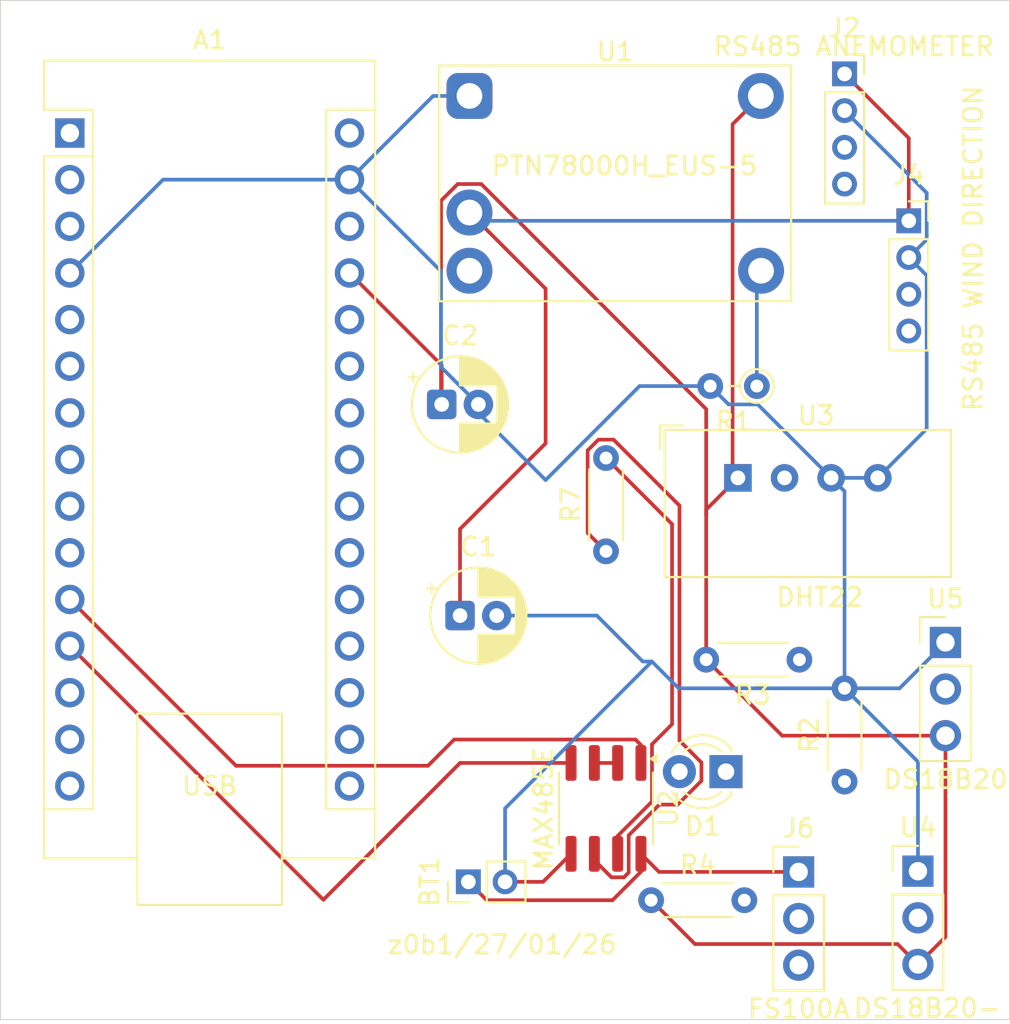
<source format=kicad_pcb>
(kicad_pcb (version 20241229) (generator "pcbnew") (generator_version "9.0")
  (layers (0 "F.Cu" signal) (4 "In1.Cu" signal) (6 "In2.Cu" signal) (2 "B.Cu" signal) (13 "F.Paste" user) (15 "B.Paste" user) (5 "F.SilkS" user "F.Silkscreen") (7 "B.SilkS" user "B.Silkscreen") (1 "F.Mask" user) (3 "B.Mask" user) (25 "Edge.Cuts" user))
  (net 0 "")
  (net 5 "GND")
  (net 8 "Net-(A1-D4)")
  (net 11 "Net-(A1-+5V)")
  (net 12 "Net-(A1-D10)")
  (net 17 "DI")
  (net 26 "Net-(A1-D2)")
  (net 28 "Net-(A1-D3)")
  (net 29 "+12V")
  (net 30 "Net-(U1-Vo_Adj)")
  (net 32 "A+")
  (net 33 "Net-(U2-DE)")
  (net 34 "B-")
  (net 35 "Net-(D1-K)")
  (net 36 "RO")
  (net 38 "D9")
  (net 39 "D8")
  (footprint "Connector_PinHeader_2.54mm:PinHeader_1x03_P2.54mm_Vertical" (layer "F.Cu") (at 85.5 87.42)
    (property "Reference" "U4" (at 0 -2.38 0) (layer "F.SilkS"))
    (property "Value" "DS18B20-" (at 0.5 7.46 0) (layer "F.SilkS"))
    (pad "1" thru_hole rect (at 0 0) (size 1.7 1.7) (drill 1) (layers "*.Cu" "*.Mask") (net 5 "GND"))
    (pad "2" thru_hole circle (at 0 2.54) (size 1.7 1.7) (drill 1) (layers "*.Cu" "*.Mask") (net 26 "Net-(A1-D2)"))
    (pad "3" thru_hole circle (at 0 5.08) (size 1.7 1.7) (drill 1) (layers "*.Cu" "*.Mask") (net 11 "Net-(A1-+5V)"))
  )
  (footprint "Connector_PinHeader_2.00mm:PinHeader_1x02_P2.00mm_Vertical" (layer "F.Cu") (at 61 88 90)
    (property "Reference" "BT1" (at 0 -2.11 90) (layer "F.SilkS"))
    (property "Value" "12V")
    (pad "1" thru_hole rect (at 0 0 90) (size 1.35 1.35) (drill 0.8) (layers "*.Cu" "*.Mask") (net 29 "+12V"))
    (pad "2" thru_hole circle (at 0 2 90) (size 1.35 1.35) (drill 0.8) (layers "*.Cu" "*.Mask") (net 5 "GND"))
  )
  (footprint "Module:Arduino_Nano" (layer "F.Cu") (at 39.28 47.22)
    (property "Reference" "A1" (at 7.62 -5.08 0) (layer "F.SilkS"))
    (property "Value" "Arduino_Nano_Every")
    (fp_text user "USB" (at 7.62 35.56 0) (layer "F.SilkS"))
    (pad "1" thru_hole rect (at 0 0) (size 1.6 1.6) (drill 1) (layers "*.Cu" "*.Mask"))
    (pad "2" thru_hole oval (at 0 2.54) (size 1.6 1.6) (drill 1) (layers "*.Cu" "*.Mask"))
    (pad "3" thru_hole oval (at 0 5.08) (size 1.6 1.6) (drill 1) (layers "*.Cu" "*.Mask"))
    (pad "4" thru_hole oval (at 0 7.62) (size 1.6 1.6) (drill 1) (layers "*.Cu" "*.Mask") (net 5 "GND"))
    (pad "5" thru_hole oval (at 0 10.16) (size 1.6 1.6) (drill 1) (layers "*.Cu" "*.Mask") (net 26 "Net-(A1-D2)"))
    (pad "6" thru_hole oval (at 0 12.7) (size 1.6 1.6) (drill 1) (layers "*.Cu" "*.Mask") (net 28 "Net-(A1-D3)"))
    (pad "7" thru_hole oval (at 0 15.24) (size 1.6 1.6) (drill 1) (layers "*.Cu" "*.Mask") (net 8 "Net-(A1-D4)"))
    (pad "8" thru_hole oval (at 0 17.78) (size 1.6 1.6) (drill 1) (layers "*.Cu" "*.Mask"))
    (pad "9" thru_hole oval (at 0 20.32) (size 1.6 1.6) (drill 1) (layers "*.Cu" "*.Mask"))
    (pad "10" thru_hole oval (at 0 22.86) (size 1.6 1.6) (drill 1) (layers "*.Cu" "*.Mask"))
    (pad "11" thru_hole oval (at 0 25.4) (size 1.6 1.6) (drill 1) (layers "*.Cu" "*.Mask") (net 36 "RO"))
    (pad "12" thru_hole oval (at 0 27.94) (size 1.6 1.6) (drill 1) (layers "*.Cu" "*.Mask") (net 17 "DI"))
    (pad "13" thru_hole oval (at 0 30.48) (size 1.6 1.6) (drill 1) (layers "*.Cu" "*.Mask") (net 12 "Net-(A1-D10)"))
    (pad "14" thru_hole oval (at 0 33.02) (size 1.6 1.6) (drill 1) (layers "*.Cu" "*.Mask"))
    (pad "15" thru_hole oval (at 0 35.56) (size 1.6 1.6) (drill 1) (layers "*.Cu" "*.Mask"))
    (pad "16" thru_hole oval (at 15.24 35.56) (size 1.6 1.6) (drill 1) (layers "*.Cu" "*.Mask"))
    (pad "17" thru_hole oval (at 15.24 33.02) (size 1.6 1.6) (drill 1) (layers "*.Cu" "*.Mask"))
    (pad "18" thru_hole oval (at 15.24 30.48) (size 1.6 1.6) (drill 1) (layers "*.Cu" "*.Mask"))
    (pad "19" thru_hole oval (at 15.24 27.94) (size 1.6 1.6) (drill 1) (layers "*.Cu" "*.Mask"))
    (pad "20" thru_hole oval (at 15.24 25.4) (size 1.6 1.6) (drill 1) (layers "*.Cu" "*.Mask"))
    (pad "21" thru_hole oval (at 15.24 22.86) (size 1.6 1.6) (drill 1) (layers "*.Cu" "*.Mask"))
    (pad "22" thru_hole oval (at 15.24 20.32) (size 1.6 1.6) (drill 1) (layers "*.Cu" "*.Mask"))
    (pad "23" thru_hole oval (at 15.24 17.78) (size 1.6 1.6) (drill 1) (layers "*.Cu" "*.Mask"))
    (pad "24" thru_hole oval (at 15.24 15.24) (size 1.6 1.6) (drill 1) (layers "*.Cu" "*.Mask"))
    (pad "25" thru_hole oval (at 15.24 12.7) (size 1.6 1.6) (drill 1) (layers "*.Cu" "*.Mask"))
    (pad "26" thru_hole oval (at 15.24 10.16) (size 1.6 1.6) (drill 1) (layers "*.Cu" "*.Mask"))
    (pad "27" thru_hole oval (at 15.24 7.62) (size 1.6 1.6) (drill 1) (layers "*.Cu" "*.Mask") (net 11 "Net-(A1-+5V)"))
    (pad "28" thru_hole oval (at 15.24 5.08) (size 1.6 1.6) (drill 1) (layers "*.Cu" "*.Mask"))
    (pad "29" thru_hole oval (at 15.24 2.54) (size 1.6 1.6) (drill 1) (layers "*.Cu" "*.Mask") (net 5 "GND"))
    (pad "30" thru_hole oval (at 15.24 0) (size 1.6 1.6) (drill 1) (layers "*.Cu" "*.Mask"))
  )
  (footprint "Capacitor_THT:CP_Radial_D5.0mm_P2.00mm" (layer "F.Cu") (at 59.544888 62)
    (property "Reference" "C2" (at 1 -3.75 0) (layer "F.SilkS"))
    (property "Value" "100u")
    (pad "1" thru_hole roundrect (at 0 0) (size 1.6 1.6) (drill 0.8) (layers "*.Cu" "*.Mask") (roundrect_rratio 0.15625) (net 11 "Net-(A1-+5V)"))
    (pad "2" thru_hole circle (at 2 0) (size 1.6 1.6) (drill 0.8) (layers "*.Cu" "*.Mask") (net 5 "GND"))
  )
  (footprint "Resistor_THT:R_Axial_DIN0204_L3.6mm_D1.6mm_P5.08mm_Horizontal" (layer "F.Cu") (at 68.5 70 90)
    (property "Reference" "R7" (at 2.54 -1.92 90) (layer "F.SilkS"))
    (property "Value" "120")
    (pad "1" thru_hole circle (at 0 0 90) (size 1.4 1.4) (drill 0.7) (layers "*.Cu" "*.Mask") (net 32 "A+"))
    (pad "2" thru_hole circle (at 5.08 0 90) (size 1.4 1.4) (drill 0.7) (layers "*.Cu" "*.Mask") (net 34 "B-"))
  )
  (footprint "Resistor_THT:R_Axial_DIN0204_L3.6mm_D1.6mm_P2.54mm_Vertical" (layer "F.Cu") (at 76.72 61 180)
    (property "Reference" "R1" (at 1.27 -1.92 0) (layer "F.SilkS"))
    (property "Value" "2k1")
    (pad "1" thru_hole circle (at 0 0 180) (size 1.4 1.4) (drill 0.7) (layers "*.Cu" "*.Mask") (net 30 "Net-(U1-Vo_Adj)"))
    (pad "2" thru_hole circle (at 2.54 0 180) (size 1.4 1.4) (drill 0.7) (layers "*.Cu" "*.Mask") (net 5 "GND"))
  )
  (footprint "Module:Texas_EUS_R-PDSS-T5_THT" (layer "F.Cu") (at 61.06 45.2)
    (property "Reference" "U1" (at 7.94 -2.4 0) (layer "F.SilkS"))
    (property "Value" "PTN78000H_EUS-5" (at 8.44 3.8 0) (layer "F.SilkS"))
    (pad "1" thru_hole roundrect (at 0 0) (size 2.5 2.5) (drill 1.4) (layers "*.Cu" "*.Mask") (net 5 "GND"))
    (pad "2" thru_hole circle (at 0 6.35) (size 2.5 2.5) (drill 1.4) (layers "*.Cu" "*.Mask") (net 29 "+12V"))
    (pad "3" thru_hole circle (at 0 9.52) (size 2.5 2.5) (drill 1.4) (layers "*.Cu" "*.Mask"))
    (pad "4" thru_hole circle (at 15.89 9.52) (size 2.5 2.5) (drill 1.4) (layers "*.Cu" "*.Mask") (net 30 "Net-(U1-Vo_Adj)"))
    (pad "5" thru_hole circle (at 15.88 0) (size 2.5 2.5) (drill 1.4) (layers "*.Cu" "*.Mask") (net 11 "Net-(A1-+5V)"))
  )
  (footprint "Resistor_THT:R_Axial_DIN0204_L3.6mm_D1.6mm_P5.08mm_Horizontal" (layer "F.Cu") (at 70.96 89)
    (property "Reference" "R4" (at 2.54 -1.92 0) (layer "F.SilkS"))
    (property "Value" "2K2")
    (pad "1" thru_hole circle (at 0 0) (size 1.4 1.4) (drill 0.7) (layers "*.Cu" "*.Mask") (net 11 "Net-(A1-+5V)"))
    (pad "2" thru_hole circle (at 5.08 0) (size 1.4 1.4) (drill 0.7) (layers "*.Cu" "*.Mask") (net 26 "Net-(A1-D2)"))
  )
  (footprint "Resistor_THT:R_Axial_DIN0204_L3.6mm_D1.6mm_P5.08mm_Horizontal" (layer "F.Cu") (at 81.5 82.54 90)
    (property "Reference" "R2" (at 2.54 -1.92 90) (layer "F.SilkS"))
    (property "Value" "220")
    (pad "1" thru_hole circle (at 0 0 90) (size 1.4 1.4) (drill 0.7) (layers "*.Cu" "*.Mask") (net 35 "Net-(D1-K)"))
    (pad "2" thru_hole circle (at 5.08 0 90) (size 1.4 1.4) (drill 0.7) (layers "*.Cu" "*.Mask") (net 5 "GND"))
  )
  (footprint "Sensor:ASAIR_AM2302_P2.54mm_Vertical" (layer "F.Cu") (at 75.69 66)
    (property "Reference" "U3" (at 4.26 -3.4 180) (layer "F.SilkS"))
    (property "Value" "DHT22" (at 4.46 6.5 0) (layer "F.SilkS"))
    (pad "1" thru_hole rect (at 0 0 90) (size 1.5 1.5) (drill 0.8) (layers "*.Cu" "*.Mask") (net 11 "Net-(A1-+5V)"))
    (pad "2" thru_hole circle (at 2.54 0 90) (size 1.5 1.5) (drill 0.8) (layers "*.Cu" "*.Mask") (net 8 "Net-(A1-D4)"))
    (pad "3" thru_hole circle (at 5.08 0 90) (size 1.5 1.5) (drill 0.8) (layers "*.Cu" "*.Mask") (net 5 "GND"))
    (pad "4" thru_hole circle (at 7.62 0 90) (size 1.5 1.5) (drill 0.8) (layers "*.Cu" "*.Mask") (net 5 "GND"))
  )
  (footprint "Connector_PinSocket_2.00mm:PinSocket_1x04_P2.00mm_Vertical" (layer "F.Cu") (at 85 52)
    (property "Reference" "J4" (at 0 -2.5 0) (layer "F.SilkS"))
    (property "Value" "RS485 WIND DIRECTION" (at 3.5 1.5 90) (layer "F.SilkS"))
    (pad "1" thru_hole rect (at 0 0) (size 1.35 1.35) (drill 0.8) (layers "*.Cu" "*.Mask") (net 29 "+12V"))
    (pad "2" thru_hole circle (at 0 2) (size 1.35 1.35) (drill 0.8) (layers "*.Cu" "*.Mask") (net 5 "GND"))
    (pad "3" thru_hole circle (at 0 4) (size 1.35 1.35) (drill 0.8) (layers "*.Cu" "*.Mask") (net 32 "A+"))
    (pad "4" thru_hole circle (at 0 6) (size 1.35 1.35) (drill 0.8) (layers "*.Cu" "*.Mask") (net 34 "B-"))
  )
  (footprint "Connector_PinHeader_2.54mm:PinHeader_1x03_P2.54mm_Vertical" (layer "F.Cu") (at 79 87.46)
    (property "Reference" "J6" (at 0 -2.38 0) (layer "F.SilkS"))
    (property "Value" "FS100A" (at 0 7.46 0) (layer "F.SilkS"))
    (pad "1" thru_hole rect (at 0 0) (size 1.7 1.7) (drill 1) (layers "*.Cu" "*.Mask") (net 29 "+12V"))
    (pad "2" thru_hole circle (at 0 2.54) (size 1.7 1.7) (drill 1) (layers "*.Cu" "*.Mask") (net 28 "Net-(A1-D3)"))
    (pad "3" thru_hole circle (at 0 5.08) (size 1.7 1.7) (drill 1) (layers "*.Cu" "*.Mask"))
  )
  (footprint "Connector_PinHeader_2.54mm:PinHeader_1x03_P2.54mm_Vertical" (layer "F.Cu") (at 87 74.96)
    (property "Reference" "U5" (at 0 -2.38 0) (layer "F.SilkS"))
    (property "Value" "DS18B20" (at 0 7.46 0) (layer "F.SilkS"))
    (pad "1" thru_hole rect (at 0 0) (size 1.7 1.7) (drill 1) (layers "*.Cu" "*.Mask") (net 5 "GND"))
    (pad "2" thru_hole circle (at 0 2.54) (size 1.7 1.7) (drill 1) (layers "*.Cu" "*.Mask") (net 26 "Net-(A1-D2)"))
    (pad "3" thru_hole circle (at 0 5.08) (size 1.7 1.7) (drill 1) (layers "*.Cu" "*.Mask") (net 11 "Net-(A1-+5V)"))
  )
  (footprint "LED_THT:LED_D3.0mm" (layer "F.Cu") (at 75.04 82 180)
    (property "Reference" "D1" (at 1.27 -2.96 0) (layer "F.SilkS"))
    (property "Value" "LED_R")
    (pad "1" thru_hole rect (at 0 0 180) (size 1.8 1.8) (drill 0.9) (layers "*.Cu" "*.Mask") (net 35 "Net-(D1-K)"))
    (pad "2" thru_hole circle (at 2.54 0 180) (size 1.8 1.8) (drill 0.9) (layers "*.Cu" "*.Mask") (net 12 "Net-(A1-D10)"))
  )
  (footprint "Package_SO:SOIC-8_3.9x4.9mm_P1.27mm" (layer "F.Cu") (at 68.5 84 -90)
    (property "Reference" "U2" (at 0 -3.4 90) (layer "F.SilkS"))
    (property "Value" "MAX485E" (at 0 3.4 90) (layer "F.SilkS"))
    (pad "1" smd roundrect (at -2.475 -1.905 270) (size 1.95 0.6) (layers "F.Cu" "F.Mask" "F.Paste") (net 39 "D8"))
    (pad "2" smd roundrect (at -2.475 -0.635 270) (size 1.95 0.6) (layers "F.Cu" "F.Mask" "F.Paste") (net 33 "Net-(U2-DE)"))
    (pad "3" smd roundrect (at -2.475 0.635 270) (size 1.95 0.6) (layers "F.Cu" "F.Mask" "F.Paste") (net 33 "Net-(U2-DE)"))
    (pad "4" smd roundrect (at -2.475 1.905 270) (size 1.95 0.6) (layers "F.Cu" "F.Mask" "F.Paste") (net 38 "D9"))
    (pad "5" smd roundrect (at 2.475 1.905 270) (size 1.95 0.6) (layers "F.Cu" "F.Mask" "F.Paste") (net 5 "GND"))
    (pad "6" smd roundrect (at 2.475 0.635 270) (size 1.95 0.6) (layers "F.Cu" "F.Mask" "F.Paste") (net 32 "A+"))
    (pad "7" smd roundrect (at 2.475 -0.635 270) (size 1.95 0.6) (layers "F.Cu" "F.Mask" "F.Paste") (net 34 "B-"))
    (pad "8" smd roundrect (at 2.475 -1.905 270) (size 1.95 0.6) (layers "F.Cu" "F.Mask" "F.Paste") (net 29 "+12V"))
  )
  (footprint "Resistor_THT:R_Axial_DIN0204_L3.6mm_D1.6mm_P5.08mm_Horizontal" (layer "F.Cu") (at 79.04 75.9 180)
    (property "Reference" "R3" (at 2.54 -1.92 0) (layer "F.SilkS"))
    (property "Value" "10K")
    (pad "1" thru_hole circle (at 0 0 180) (size 1.4 1.4) (drill 0.7) (layers "*.Cu" "*.Mask") (net 8 "Net-(A1-D4)"))
    (pad "2" thru_hole circle (at 5.08 0 180) (size 1.4 1.4) (drill 0.7) (layers "*.Cu" "*.Mask") (net 11 "Net-(A1-+5V)"))
  )
  (footprint "Connector_PinSocket_2.00mm:PinSocket_1x04_P2.00mm_Vertical" (layer "F.Cu") (at 81.5 44)
    (property "Reference" "J2" (at 0 -2.5 0) (layer "F.SilkS"))
    (property "Value" "RS485 ANEMOMETER" (at 0.5 -1.5 0) (layer "F.SilkS"))
    (pad "1" thru_hole rect (at 0 0) (size 1.35 1.35) (drill 0.8) (layers "*.Cu" "*.Mask") (net 29 "+12V"))
    (pad "2" thru_hole circle (at 0 2) (size 1.35 1.35) (drill 0.8) (layers "*.Cu" "*.Mask") (net 5 "GND"))
    (pad "3" thru_hole circle (at 0 4) (size 1.35 1.35) (drill 0.8) (layers "*.Cu" "*.Mask") (net 32 "A+"))
    (pad "4" thru_hole circle (at 0 6) (size 1.35 1.35) (drill 0.8) (layers "*.Cu" "*.Mask") (net 34 "B-"))
  )
  (footprint "Capacitor_THT:CP_Radial_D5.0mm_P2.00mm" (layer "F.Cu") (at 60.544888 73.5)
    (property "Reference" "C1" (at 1 -3.75 0) (layer "F.SilkS"))
    (property "Value" "470u")
    (pad "1" thru_hole roundrect (at 0 0) (size 1.6 1.6) (drill 0.8) (layers "*.Cu" "*.Mask") (roundrect_rratio 0.15625) (net 29 "+12V"))
    (pad "2" thru_hole circle (at 2 0) (size 1.6 1.6) (drill 0.8) (layers "*.Cu" "*.Mask") (net 5 "GND"))
  )
  (gr_rect (start 35.5 40) (end 90.5 95.5) (stroke (width 0.05)) (fill no) (layer "Edge.Cuts"))
  (gr_text "z0b1/27/01/26" (at 56.5 92 0) (layer "F.SilkS") (effects (font (size 1 1)) (justify left bottom)))
  (segment (start 53.096 88.976) (end 60.547 81.525) (width 0.2) (layer "F.Cu") (net 0))
  (segment (start 70.405 81.525) (end 70.405 80.550001) (width 0.2) (layer "F.Cu") (net 0))
  (segment (start 60.547 81.525) (end 66.595 81.525) (width 0.2) (layer "F.Cu") (net 0))
  (segment (start 70.405 80.550001) (end 70.103999 80.249) (width 0.2) (layer "F.Cu") (net 0))
  (segment (start 60.229 80.249) (end 58.799 81.679) (width 0.2) (layer "F.Cu") (net 0))
  (segment (start 70.103999 80.249) (end 60.229 80.249) (width 0.2) (layer "F.Cu") (net 0))
  (segment (start 53.096 88.976) (end 39.28 75.16) (width 0.2) (layer "F.Cu") (net 0))
  (segment (start 58.799 81.679) (end 48.339 81.679) (width 0.2) (layer "F.Cu") (net 0))
  (segment (start 48.339 81.679) (end 39.28 72.62) (width 0.2) (layer "F.Cu") (net 0))
  (segment (start 63 88) (end 65.07 88) (width 0.2) (layer "F.Cu") (net 5))
  (segment (start 63 88) (end 62.736 87.736) (width 0.2) (layer "F.Cu") (net 5))
  (segment (start 65.07 88) (end 66.595 86.475) (width 0.2) (layer "F.Cu") (net 5))
  (segment (start 81.5 77.46) (end 81.5 66.73) (width 0.2) (layer "B.Cu") (net 5))
  (segment (start 70.5 76) (end 68 73.5) (width 0.2) (layer "B.Cu") (net 5))
  (segment (start 85.976 54.976) (end 85.976 63.334) (width 0.2) (layer "B.Cu") (net 5))
  (segment (start 59.509 59.964112) (end 59.509 54.749) (width 0.2) (layer "B.Cu") (net 5))
  (segment (start 59.509 54.749) (end 54.52 49.76) (width 0.2) (layer "B.Cu") (net 5))
  (segment (start 70.33 61) (end 74.18 61) (width 0.2) (layer "B.Cu") (net 5))
  (segment (start 68 73.5) (end 62.544888 73.5) (width 0.2) (layer "B.Cu") (net 5))
  (segment (start 84.5 77.46) (end 87 74.96) (width 0.2) (layer "B.Cu") (net 5))
  (segment (start 63 88) (end 63 84) (width 0.2) (layer "B.Cu") (net 5))
  (segment (start 65.21 66.12) (end 70.33 61) (width 0.2) (layer "B.Cu") (net 5))
  (segment (start 80.77 66) (end 83.31 66) (width 0.2) (layer "B.Cu") (net 5))
  (segment (start 85.976 50.476) (end 81.5 46) (width 0.2) (layer "B.Cu") (net 5))
  (segment (start 61.06 45.2) (end 59.08 45.2) (width 0.2) (layer "B.Cu") (net 5))
  (segment (start 59.08 45.2) (end 54.52 49.76) (width 0.2) (layer "B.Cu") (net 5))
  (segment (start 85.5 81.46) (end 81.5 77.46) (width 0.2) (layer "B.Cu") (net 5))
  (segment (start 85 54) (end 85.976 53.024) (width 0.2) (layer "B.Cu") (net 5))
  (segment (start 54.52 49.76) (end 44.36 49.76) (width 0.2) (layer "B.Cu") (net 5))
  (segment (start 71 76) (end 72.46 77.46) (width 0.2) (layer "B.Cu") (net 5))
  (segment (start 81.5 66.73) (end 80.77 66) (width 0.2) (layer "B.Cu") (net 5))
  (segment (start 44.36 49.76) (end 39.28 54.84) (width 0.2) (layer "B.Cu") (net 5))
  (segment (start 63 84) (end 71 76) (width 0.2) (layer "B.Cu") (net 5))
  (segment (start 85.5 87.42) (end 85.5 81.46) (width 0.2) (layer "B.Cu") (net 5))
  (segment (start 85.976 63.334) (end 83.31 66) (width 0.2) (layer "B.Cu") (net 5))
  (segment (start 76.771 62.001) (end 80.77 66) (width 0.2) (layer "B.Cu") (net 5))
  (segment (start 61.544888 62) (end 59.509 59.964112) (width 0.2) (layer "B.Cu") (net 5))
  (segment (start 81.5 77.46) (end 84.5 77.46) (width 0.2) (layer "B.Cu") (net 5))
  (segment (start 61.544888 62) (end 61.544888 62.454888) (width 0.2) (layer "B.Cu") (net 5))
  (segment (start 85.976 53.024) (end 85.976 50.476) (width 0.2) (layer "B.Cu") (net 5))
  (segment (start 71 76) (end 70.5 76) (width 0.2) (layer "B.Cu") (net 5))
  (segment (start 85 54) (end 85.976 54.976) (width 0.2) (layer "B.Cu") (net 5))
  (segment (start 61.544888 62.454888) (end 65.21 66.12) (width 0.2) (layer "B.Cu") (net 5))
  (segment (start 74.18 61) (end 75.181 62.001) (width 0.2) (layer "B.Cu") (net 5))
  (segment (start 75.181 62.001) (end 76.771 62.001) (width 0.2) (layer "B.Cu") (net 5))
  (segment (start 72.46 77.46) (end 81.5 77.46) (width 0.2) (layer "B.Cu") (net 5))
  (segment (start 87 91) (end 87 80.04) (width 0.2) (layer "F.Cu") (net 11))
  (segment (start 78.1 80.04) (end 73.96 75.9) (width 0.2) (layer "F.Cu") (net 11))
  (segment (start 75.399 65.709) (end 75.399 46.741) (width 0.2) (layer "F.Cu") (net 11))
  (segment (start 73.96 67.73) (end 75.69 66) (width 0.2) (layer "F.Cu") (net 11))
  (segment (start 73.96 75.9) (end 73.96 68) (width 0.2) (layer "F.Cu") (net 11))
  (segment (start 59.544888 62) (end 59.544888 59.864888) (width 0.2) (layer "F.Cu") (net 11))
  (segment (start 59.509 50.907554) (end 59.509 61.964112) (width 0.2) (layer "F.Cu") (net 11))
  (segment (start 73.96 68) (end 73.96 67.73) (width 0.2) (layer "F.Cu") (net 11))
  (segment (start 73.96 68) (end 73.96 62.256554) (width 0.2) (layer "F.Cu") (net 11))
  (segment (start 75.69 66) (end 75.399 65.709) (width 0.2) (layer "F.Cu") (net 11))
  (segment (start 85.5 92.5) (end 84.389 91.389) (width 0.2) (layer "F.Cu") (net 11))
  (segment (start 75.399 46.741) (end 76.94 45.2) (width 0.2) (layer "F.Cu") (net 11))
  (segment (start 60.417554 49.999) (end 59.509 50.907554) (width 0.2) (layer "F.Cu") (net 11))
  (segment (start 61.702446 49.999) (end 60.417554 49.999) (width 0.2) (layer "F.Cu") (net 11))
  (segment (start 73.349 91.389) (end 70.96 89) (width 0.2) (layer "F.Cu") (net 11))
  (segment (start 85.5 92.5) (end 87 91) (width 0.2) (layer "F.Cu") (net 11))
  (segment (start 84.389 91.389) (end 73.349 91.389) (width 0.2) (layer "F.Cu") (net 11))
  (segment (start 59.509 61.964112) (end 59.544888 62) (width 0.2) (layer "F.Cu") (net 11))
  (segment (start 87 80.04) (end 78.1 80.04) (width 0.2) (layer "F.Cu") (net 11))
  (segment (start 59.544888 59.864888) (end 54.52 54.84) (width 0.2) (layer "F.Cu") (net 11))
  (segment (start 73.96 62.256554) (end 61.702446 49.999) (width 0.2) (layer "F.Cu") (net 11))
  (segment (start 60.544888 68.785112) (end 65.21 64.12) (width 0.2) (layer "F.Cu") (net 29))
  (segment (start 62 89) (end 68.854999 89) (width 0.2) (layer "F.Cu") (net 29))
  (segment (start 61.044888 74) (end 60.544888 73.5) (width 0.2) (layer "F.Cu") (net 29))
  (segment (start 65.21 55.7) (end 61.06 51.55) (width 0.2) (layer "F.Cu") (net 29))
  (segment (start 71.39 87.46) (end 70.405 86.475) (width 0.2) (layer "F.Cu") (net 29))
  (segment (start 79 87.46) (end 71.39 87.46) (width 0.2) (layer "F.Cu") (net 29))
  (segment (start 68.854999 89) (end 70.405 87.449999) (width 0.2) (layer "F.Cu") (net 29))
  (segment (start 61 88) (end 62 89) (width 0.2) (layer "F.Cu") (net 29))
  (segment (start 85 47.5) (end 85 52) (width 0.2) (layer "F.Cu") (net 29))
  (segment (start 70.405 87.449999) (end 70.405 86.475) (width 0.2) (layer "F.Cu") (net 29))
  (segment (start 60.544888 73.5) (end 60.544888 68.785112) (width 0.2) (layer "F.Cu") (net 29))
  (segment (start 65.21 64.12) (end 65.21 55.7) (width 0.2) (layer "F.Cu") (net 29))
  (segment (start 81.5 44) (end 85 47.5) (width 0.2) (layer "F.Cu") (net 29))
  (segment (start 85 52) (end 61.51 52) (width 0.2) (layer "B.Cu") (net 29))
  (segment (start 61.51 52) (end 61.06 51.55) (width 0.2) (layer "B.Cu") (net 29))
  (segment (start 76.72 61) (end 76.72 54.95) (width 0.2) (layer "B.Cu") (net 30))
  (segment (start 76.72 54.95) (end 76.95 54.72) (width 0.2) (layer "B.Cu") (net 30))
  (segment (start 67.865 86.821968) (end 67.865 86.475) (width 0.2) (layer "F.Cu") (net 32))
  (segment (start 67.499 64.505372) (end 68.085372 63.919) (width 0.2) (layer "F.Cu") (net 32))
  (segment (start 72.502 67.506372) (end 72.502 80.303529) (width 0.2) (layer "F.Cu") (net 32))
  (segment (start 68.794032 87.751) (end 67.865 86.821968) (width 0.2) (layer "F.Cu") (net 32))
  (segment (start 68.085372 63.919) (end 68.914628 63.919) (width 0.2) (layer "F.Cu") (net 32))
  (segment (start 69.736 87.490968) (end 69.475968 87.751) (width 0.2) (layer "F.Cu") (net 32))
  (segment (start 71.407 83.795101) (end 69.736 85.466101) (width 0.2) (layer "F.Cu") (net 32))
  (segment (start 68.914628 63.919) (end 72.502 67.506372) (width 0.2) (layer "F.Cu") (net 32))
  (segment (start 68.5 70) (end 67.499 68.999) (width 0.2) (layer "F.Cu") (net 32))
  (segment (start 73.701 82.497471) (end 72.40337 83.795101) (width 0.2) (layer "F.Cu") (net 32))
  (segment (start 72.40337 83.795101) (end 71.407 83.795101) (width 0.2) (layer "F.Cu") (net 32))
  (segment (start 67.499 68.999) (end 67.499 64.505372) (width 0.2) (layer "F.Cu") (net 32))
  (segment (start 69.475968 87.751) (end 68.794032 87.751) (width 0.2) (layer "F.Cu") (net 32))
  (segment (start 72.502 80.303529) (end 73.701 81.502529) (width 0.2) (layer "F.Cu") (net 32))
  (segment (start 73.701 81.502529) (end 73.701 82.497471) (width 0.2) (layer "F.Cu") (net 32))
  (segment (start 69.736 85.466101) (end 69.736 87.490968) (width 0.2) (layer "F.Cu") (net 32))
  (segment (start 69.135 81.525) (end 67.865 81.525) (width 0.2) (layer "F.Cu") (net 33))
  (segment (start 71.006 80.509032) (end 71.006 83.629001) (width 0.2) (layer "F.Cu") (net 34))
  (segment (start 71.006 83.629001) (end 69.135 85.500001) (width 0.2) (layer "F.Cu") (net 34))
  (segment (start 72.101 68.521) (end 72.101 79.414032) (width 0.2) (layer "F.Cu") (net 34))
  (segment (start 69.135 85.500001) (end 69.135 86.475) (width 0.2) (layer "F.Cu") (net 34))
  (segment (start 68.5 64.92) (end 72.101 68.521) (width 0.2) (layer "F.Cu") (net 34))
  (segment (start 72.101 79.414032) (end 71.006 80.509032) (width 0.2) (layer "F.Cu") (net 34))
)
</source>
